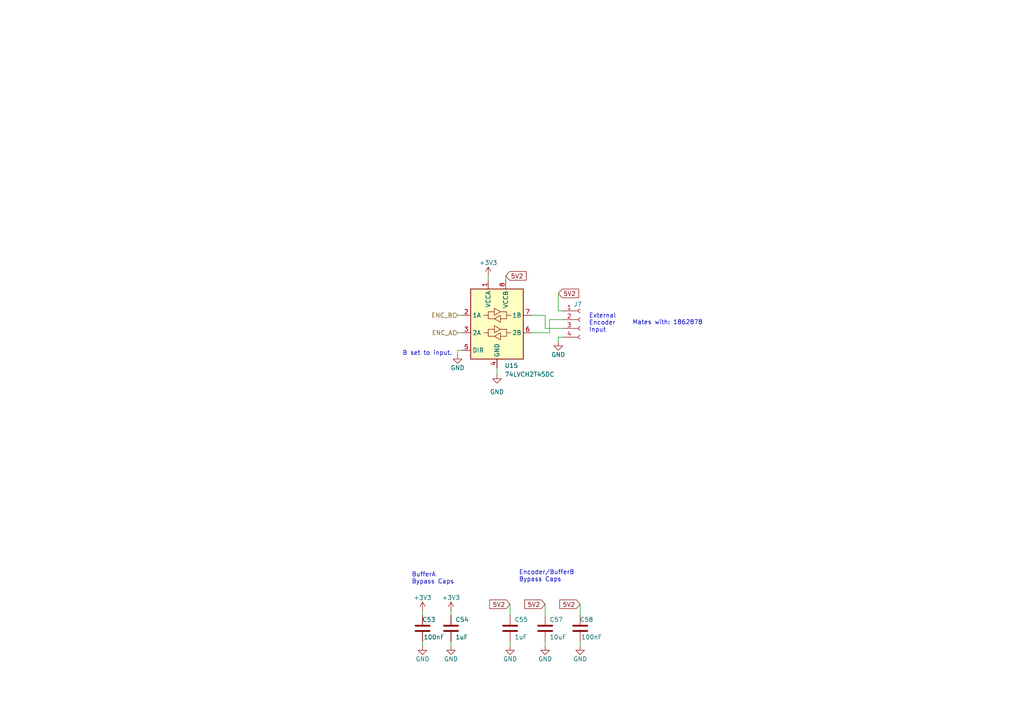
<source format=kicad_sch>
(kicad_sch (version 20230121) (generator eeschema)
  (paper "A4")
  (lib_symbols
    (symbol "Connector:Conn_01x04_Female" (pin_names (offset 1.016) hide)
      (property "Reference" "J" (at 0 5.08 0))
      (property "Value" "Conn_01x04_Female" (at 0 -7.62 0))
      (symbol "Conn_01x04_Female_1_1"
        (arc (start 0 -4.572) (mid -0.5058 -5.08) (end 0 -5.588) (stroke (width 0.1524)))
        (arc (start 0 -2.032) (mid -0.5058 -2.54) (end 0 -3.048) (stroke (width 0.1524)))
        (polyline (pts (xy -1.27 -5.08) (xy -0.508 -5.08)) (stroke (width 0.1524)))
        (polyline (pts (xy -1.27 -2.54) (xy -0.508 -2.54)) (stroke (width 0.1524)))
        (polyline (pts (xy -1.27 0) (xy -0.508 0)) (stroke (width 0.1524)))
        (polyline (pts (xy -1.27 2.54) (xy -0.508 2.54)) (stroke (width 0.1524)))
        (arc (start 0 0.508) (mid -0.5058 0) (end 0 -0.508) (stroke (width 0.1524)))
        (arc (start 0 3.048) (mid -0.5058 2.54) (end 0 2.032) (stroke (width 0.1524)))
        (pin passive line (at -5.08 2.54 0) (length 3.81) (name "Pin_1") (number "1"))
        (pin passive line (at -5.08 0 0) (length 3.81) (name "Pin_2") (number "2"))
        (pin passive line (at -5.08 -2.54 0) (length 3.81) (name "Pin_3") (number "3"))
        (pin passive line (at -5.08 -5.08 0) (length 3.81) (name "Pin_4") (number "4"))
      )
    )
    (symbol "Device:C" (pin_numbers hide) (pin_names (offset 0.254))
      (property "Reference" "C" (at 0.635 2.54 0))
      (property "Value" "C" (at 0.635 -2.54 0))
      (symbol "C_0_1"
        (polyline (pts (xy -2.032 -0.762) (xy 2.032 -0.762)) (stroke (width 0.508)))
        (polyline (pts (xy -2.032 0.762) (xy 2.032 0.762)) (stroke (width 0.508)))
      )
      (symbol "C_1_1"
        (pin passive line (at 0 3.81 270) (length 2.794) (name "~") (number "1"))
        (pin passive line (at 0 -3.81 90) (length 2.794) (name "~") (number "2"))
      )
    )
    (symbol "Logic_LevelTranslator:74LVCH2T45DC"
      (property "Reference" "U" (at 6.35 -11.43 0))
      (property "Value" "74LVCH2T45DC" (at 10.16 11.43 0))
      (symbol "74LVCH2T45DC_1_1"
        (rectangle (start -7.62 10.16) (end 7.62 -10.16) (stroke (width 0.254)) (fill (type background)))
        (polyline (pts (xy -2.54 -2.54) (xy -2.54 -1.524) (xy -0.762 -1.524)))
        (polyline (pts (xy -2.54 2.54) (xy -2.54 3.556) (xy -0.762 3.556)))
        (polyline (pts (xy 2.794 -2.54) (xy 2.794 -3.556) (xy 1.016 -3.556)))
        (polyline (pts (xy 2.794 2.54) (xy 2.794 1.524) (xy 1.016 1.524)))
        (polyline (pts (xy -0.762 -3.556) (xy -2.54 -3.556) (xy -2.54 -2.54) (xy -3.81 -2.54)))
        (polyline (pts (xy -0.762 -2.54) (xy -0.762 -0.508) (xy 1.016 -1.524) (xy -0.762 -2.54)))
        (polyline (pts (xy -0.762 1.524) (xy -2.54 1.524) (xy -2.54 2.54) (xy -3.81 2.54)))
        (polyline (pts (xy -0.762 2.54) (xy -0.762 4.572) (xy 1.016 3.556) (xy -0.762 2.54)))
        (polyline (pts (xy 1.016 -1.524) (xy 2.794 -1.524) (xy 2.794 -2.54) (xy 4.064 -2.54)))
        (polyline (pts (xy 1.016 3.556) (xy 2.794 3.556) (xy 2.794 2.54) (xy 4.064 2.54)))
        (polyline (pts (xy 1.016 -2.54) (xy 1.016 -4.318) (xy 1.016 -4.572) (xy -0.762 -3.556) (xy 1.016 -2.54)))
        (polyline (pts (xy 1.016 2.54) (xy 1.016 0.762) (xy 1.016 0.508) (xy -0.762 1.524) (xy 1.016 2.54)))
        (pin power_in line (at -2.54 12.7 270) (length 2.54) (name "VCCA") (number "1"))
        (pin bidirectional line (at -10.16 2.54 0) (length 2.54) (name "1A") (number "2"))
        (pin bidirectional line (at -10.16 -2.54 0) (length 2.54) (name "2A") (number "3"))
        (pin power_in line (at 0 -12.7 90) (length 2.54) (name "GND") (number "4"))
        (pin input line (at -10.16 -7.62 0) (length 2.54) (name "DIR") (number "5"))
        (pin bidirectional line (at 10.16 -2.54 180) (length 2.54) (name "2B") (number "6"))
        (pin bidirectional line (at 10.16 2.54 180) (length 2.54) (name "1B") (number "7"))
        (pin power_in line (at 2.54 12.7 270) (length 2.54) (name "VCCB") (number "8"))
      )
    )
    (symbol "power:+3.3V" (power) (pin_names (offset 0))
      (property "Value" "+3.3V" (at 0 3.556 0))
      (symbol "+3.3V_0_1"
        (polyline (pts (xy -0.762 1.27) (xy 0 2.54)))
        (polyline (pts (xy 0 0) (xy 0 2.54)))
        (polyline (pts (xy 0 2.54) (xy 0.762 1.27)))
      )
      (symbol "+3.3V_1_1"
        (pin power_in line (at 0 0 90) (length 0) hide (name "+3V3") (number "1"))
      )
    )
    (symbol "power:GND" (power) (pin_names (offset 0))
      (property "Value" "GND" (at 0 -3.81 0))
      (symbol "GND_0_1"
        (polyline (pts (xy 0 0) (xy 0 -1.27) (xy 1.27 -1.27) (xy 0 -2.54) (xy -1.27 -1.27) (xy 0 -1.27)))
      )
      (symbol "GND_1_1"
        (pin power_in line (at 0 0 270) (length 0) hide (name "GND") (number "1"))
      )
    )
  )
  (wire (pts (xy 122.555 177.165) (xy 122.555 178.435)))
  (wire (pts (xy 147.955 175.26) (xy 147.955 178.435)))
  (wire (pts (xy 147.955 186.055) (xy 147.955 187.325)))
  (wire (pts (xy 141.605 80.01) (xy 141.605 81.28)))
  (wire (pts (xy 161.925 97.79) (xy 161.925 99.06)))
  (wire (pts (xy 132.715 96.52) (xy 133.985 96.52)))
  (wire (pts (xy 168.275 186.055) (xy 168.275 187.325)))
  (wire (pts (xy 163.195 90.17) (xy 161.925 90.17)))
  (wire (pts (xy 122.555 186.055) (xy 122.555 187.325)))
  (wire (pts (xy 159.385 92.71) (xy 159.385 96.52)))
  (wire (pts (xy 163.195 95.25) (xy 158.115 95.25)))
  (wire (pts (xy 132.715 101.6) (xy 133.985 101.6)))
  (wire (pts (xy 130.81 186.055) (xy 130.81 187.325)))
  (wire (pts (xy 144.145 106.68) (xy 144.145 108.585)))
  (wire (pts (xy 132.715 91.44) (xy 133.985 91.44)))
  (wire (pts (xy 158.115 91.44) (xy 158.115 95.25)))
  (wire (pts (xy 154.305 91.44) (xy 158.115 91.44)))
  (wire (pts (xy 146.685 80.01) (xy 146.685 81.28)))
  (wire (pts (xy 132.715 101.6) (xy 132.715 102.87)))
  (wire (pts (xy 163.195 97.79) (xy 161.925 97.79)))
  (wire (pts (xy 168.275 175.26) (xy 168.275 178.435)))
  (wire (pts (xy 130.81 177.165) (xy 130.81 178.435)))
  (wire (pts (xy 161.925 85.09) (xy 161.925 90.17)))
  (wire (pts (xy 159.385 92.71) (xy 163.195 92.71)))
  (wire (pts (xy 158.115 175.26) (xy 158.115 178.435)))
  (wire (pts (xy 159.385 96.52) (xy 154.305 96.52)))
  (wire (pts (xy 158.115 186.055) (xy 158.115 187.325)))
  (text "Encoder/BufferB\nBypass Caps" (at 150.495 168.91 0) (effects (font (size 1.27 1.27)) (justify left bottom)))
  (text "External\nEncoder\nInput" (at 170.815 96.52 0) (effects (font (size 1.27 1.27)) (justify left bottom)))
  (text "Mates with: 1862878" (at 183.388 94.361 0) (effects (font (size 1.27 1.27)) (justify left bottom)))
  (text "B set to input." (at 116.713 103.251 0) (effects (font (size 1.27 1.27)) (justify left bottom)))
  (text "BufferA\nBypass Caps" (at 119.38 169.545 0) (effects (font (size 1.27 1.27)) (justify left bottom)))
  (global_label "5V2" (shape input) (at 161.925 85.09 0) (property "Intersheetrefs" "${INTERSHEET_REFS}" (effects hide)))
  (global_label "5V2" (shape input) (at 146.685 80.01 0) (property "Intersheetrefs" "${INTERSHEET_REFS}" (effects hide)))
  (global_label "5V2" (shape input) (at 147.955 175.26 180) (property "Intersheetrefs" "${INTERSHEET_REFS}" (effects hide)))
  (global_label "5V2" (shape input) (at 168.275 175.26 180) (property "Intersheetrefs" "${INTERSHEET_REFS}" (effects hide)))
  (global_label "5V2" (shape input) (at 158.115 175.26 180) (property "Intersheetrefs" "${INTERSHEET_REFS}" (effects hide)))
  (hierarchical_label "ENC_B" (shape input) (at 132.715 91.44 180))
  (hierarchical_label "ENC_A" (shape input) (at 132.715 96.52 180))
  (symbol (lib_id "power:GND") (at 144.145 108.585 0) (unit 1)
    (property "Reference" "#PWR091" (effects hide))
    (property "Value" "GND" (at 144.145 113.665 0))
  )
  (symbol (lib_id "power:+3.3V") (at 141.605 80.01 0) (unit 1)
    (property "Reference" "#PWR0104" (effects hide))
    (property "Value" "+3.3V" (at 141.605 76.2 0))
    (instances (project "harp_treadmill" (path "" (reference "#PWR0104") (unit 1)) (path "" (reference "#PWR090") (unit 1))))
  )
  (symbol (lib_id "power:GND") (at 132.715 102.87 0) (unit 1)
    (property "Reference" "#PWR099" (effects hide))
    (property "Value" "GND" (at 132.715 106.68 0))
  )
  (symbol (lib_id "Device:C") (at 168.275 182.245 180) (unit 1)
    (property "Reference" "C58" (at 172.085 179.705 0) (effects (justify left)))
    (property "Value" "100nF" (at 174.625 184.785 0) (effects (justify left)))
    (property "Footprint" "Capacitor_SMD:C_0402_1005Metric" (effects hide))
    (property "Datasheet" "http://www.passivecomponent.com/wp-content/uploads/datasheet/WTC_MLCC_General_Purpose.pdf" (effects hide))
    (property "Link" "https://www.digikey.com/en/products/detail/walsin-technology-corporation/0402B104K160CT/6707534" (effects hide))
    (property "Manufacturer" "Walson Technology Corporation" (effects hide))
    (property "Manufacturer Number" "0402B104K160CT" (effects hide))
    (property "Rated Voltage" "16V" (effects hide))
    (property "Temperature Coefficient" "X7R" (effects hide))
    (property "Tolerance" "10%" (effects hide))
    (property "PCBWay Link" "https://www.pcbway.com/components/detail/0402B104K160CT/307171/" (effects hide))
  )
  (symbol (lib_id "power:+3.3V") (at 122.555 177.165 0) (unit 1)
    (property "Reference" "#PWR0104" (effects hide))
    (property "Value" "+3.3V" (at 122.555 173.355 0))
    (instances (project "harp_treadmill" (path "" (reference "#PWR0104") (unit 1)) (path "" (reference "#PWR088") (unit 1))))
  )
  (symbol (lib_id "Device:C") (at 122.555 182.245 180) (unit 1)
    (property "Reference" "C53" (at 126.365 179.705 0) (effects (justify left)))
    (property "Value" "100nF" (at 128.905 184.785 0) (effects (justify left)))
    (property "Footprint" "Capacitor_SMD:C_0402_1005Metric" (effects hide))
    (property "Datasheet" "http://www.passivecomponent.com/wp-content/uploads/datasheet/WTC_MLCC_General_Purpose.pdf" (effects hide))
    (property "Link" "https://www.digikey.com/en/products/detail/walsin-technology-corporation/0402B104K160CT/6707534" (effects hide))
    (property "Manufacturer" "Walson Technology Corporation" (effects hide))
    (property "Manufacturer Number" "0402B104K160CT" (effects hide))
    (property "Rated Voltage" "16V" (effects hide))
    (property "Temperature Coefficient" "X7R" (effects hide))
    (property "Tolerance" "10%" (effects hide))
    (property "PCBWay Link" "https://www.pcbway.com/components/detail/0402B104K160CT/307171/" (effects hide))
  )
  (symbol (lib_id "power:GND") (at 158.115 187.325 0) (unit 1)
    (property "Reference" "#PWR096" (effects hide))
    (property "Value" "GND" (at 158.115 191.135 0))
  )
  (symbol (lib_id "Connector:Conn_01x04_Female") (at 168.275 92.71 0) (unit 1)
    (property "Reference" "J7" (at 166.37 88.265 0) (effects (justify left)))
    (property "Value" "Conn_01x04_Female" (effects hide))
    (property "Footprint" "Connector_Phoenix_MC:PhoenixContact_MC_1,5_4-G-3.5_1x04_P3.50mm_Horizontal" (effects hide))
    (property "Datasheet" "n/a" (effects hide))
    (property "Link" "https://www.digikey.com/en/products/detail/phoenix-contact/1844236/349197" (effects hide))
    (property "Manufacturer" "Phoenix Contact" (effects hide))
    (property "Manufacturer Number" "1844236" (effects hide))
  )
  (symbol (lib_id "power:+3.3V") (at 130.81 177.165 0) (unit 1)
    (property "Reference" "#PWR0104" (effects hide))
    (property "Value" "+3.3V" (at 130.81 173.355 0))
    (instances (project "harp_treadmill" (path "" (reference "#PWR0104") (unit 1)) (path "" (reference "#PWR092") (unit 1))))
  )
  (symbol (lib_id "Device:C") (at 147.955 182.245 0) (unit 1)
    (property "Reference" "C55" (at 149.225 179.705 0) (effects (justify left)))
    (property "Value" "1uF" (at 149.225 184.785 0) (effects (justify left)))
    (property "Footprint" "Capacitor_SMD:C_0402_1005Metric" (effects hide))
    (property "Datasheet" "https://search.murata.co.jp/Ceramy/image/img/A01X/G101/ENG/GRM155R6YA105KE11-01.pdf" (effects hide))
    (property "Notes" "must not be polarized" (effects hide))
    (property "Link" "https://www.digikey.com/en/products/detail/murata-electronics/GRM155R6YA105KE11J/4905163" (effects hide))
    (property "Manufacturer Number" "GRM155R6YA105KE11J" (effects hide))
    (property "Manufacturer" "Murata Electronics" (effects hide))
    (property "Rated Voltage" "35V" (effects hide))
    (property "Temperature Coefficient" "X5R" (effects hide))
  )
  (symbol (lib_id "power:GND") (at 168.275 187.325 0) (unit 1)
    (property "Reference" "#PWR098" (effects hide))
    (property "Value" "GND" (at 168.275 191.135 0))
  )
  (symbol (lib_id "Device:C") (at 130.81 182.245 0) (unit 1)
    (property "Reference" "C54" (at 132.08 179.705 0) (effects (justify left)))
    (property "Value" "1uF" (at 132.08 184.785 0) (effects (justify left)))
    (property "Footprint" "Capacitor_SMD:C_0402_1005Metric" (effects hide))
    (property "Datasheet" "https://search.murata.co.jp/Ceramy/image/img/A01X/G101/ENG/GRM155R6YA105KE11-01.pdf" (effects hide))
    (property "Notes" "must not be polarized" (effects hide))
    (property "Link" "https://www.digikey.com/en/products/detail/murata-electronics/GRM155R6YA105KE11J/4905163" (effects hide))
    (property "Manufacturer Number" "GRM155R6YA105KE11J" (effects hide))
    (property "Manufacturer" "Murata Electronics" (effects hide))
    (property "Rated Voltage" "35V" (effects hide))
    (property "Temperature Coefficient" "X5R" (effects hide))
  )
  (symbol (lib_id "Logic_LevelTranslator:74LVCH2T45DC") (at 144.145 93.98 0) (unit 1)
    (property "Reference" "U15" (at 146.3391 106.045 0) (effects (justify left)))
    (property "Value" "74LVCH2T45DC" (at 146.3391 108.585 0) (effects (justify left)))
    (property "Footprint" "Package_SO:VSSOP-8_2.3x2mm_P0.5mm" (effects hide))
    (property "Datasheet" "https://assets.nexperia.com/documents/data-sheet/74LVC_LVCH2T45.pdf" (effects hide))
    (property "Link" "https://www.digikey.com/en/products/detail/nexperia-usa-inc/74LVCH2T45DC-125/2530613" (effects hide))
    (property "Manufacturer" "Nexperia USA Inc." (effects hide))
    (property "Manufacturer Number" "74LVCH2T45DC,125" (effects hide))
  )
  (symbol (lib_id "power:GND") (at 130.81 187.325 0) (unit 1)
    (property "Reference" "#PWR093" (effects hide))
    (property "Value" "GND" (at 130.81 191.135 0))
  )
  (symbol (lib_id "power:GND") (at 122.555 187.325 0) (unit 1)
    (property "Reference" "#PWR089" (effects hide))
    (property "Value" "GND" (at 122.555 191.135 0))
  )
  (symbol (lib_id "power:GND") (at 147.955 187.325 0) (unit 1)
    (property "Reference" "#PWR0113" (effects hide))
    (property "Value" "GND" (at 147.955 191.135 0))
  )
  (symbol (lib_id "power:GND") (at 161.925 99.06 0) (unit 1)
    (property "Reference" "#PWR0100" (effects hide))
    (property "Value" "GND" (at 161.925 102.87 0))
  )
  (symbol (lib_id "Device:C") (at 158.115 182.245 0) (unit 1)
    (property "Reference" "C57" (at 159.385 179.705 0) (effects (justify left)))
    (property "Value" "10uF" (at 159.385 184.785 0) (effects (justify left)))
    (property "Footprint" "Capacitor_SMD:C_0805_2012Metric" (effects hide))
    (property "Datasheet" "https://search.murata.co.jp/Ceramy/image/img/A01X/G101/ENG/GRM21BR61H106KE43-01A.pdf" (effects hide))
    (property "Link" "https://www.digikey.com/en/products/detail/murata-electronics/GRM21BR61H106KE43L/10326316" (effects hide))
    (property "Manufacturer Number" "GRM21BR61H106KE43L" (effects hide))
    (property "Rated Voltage" "50V" (effects hide))
    (property "Temperature Coefficient" "X5R" (effects hide))
    (property "Manufacturer" "Murata Electronics" (effects hide))
    (property "Alternate" "GRM21BR61H106KE43L" (effects hide))
    (property "Tolerance" "10%" (effects hide))
  )
)
</source>
